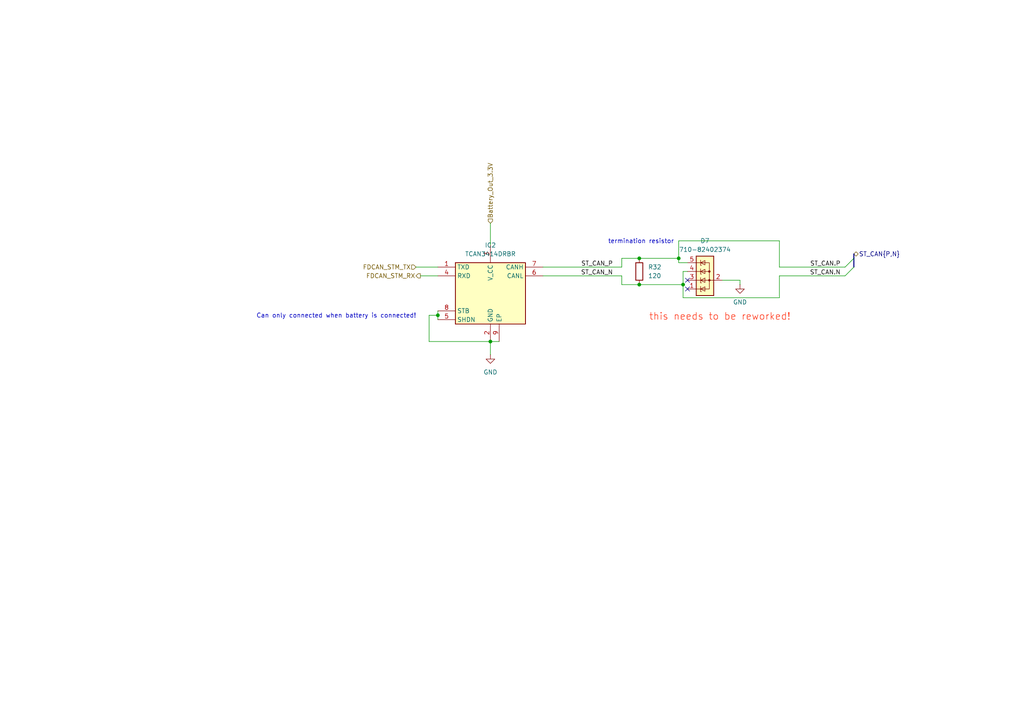
<source format=kicad_sch>
(kicad_sch (version 20250114) (generator "eeschema") (generator_version "9.0")
  (paper "A4")
  (title_block (title "Nautilus_Mainboard") (date "2025-11-19") (rev "1") (company "Evan & Davide"))
  (lib_symbols
    (symbol "#dzdb:g_res/R-120-0603" (pin_numbers (hide yes)) (pin_names (offset 0))
      (property "Reference" "R" (at 2.032 0 90))
      (property "Value" "120" (at 0 0 90))
      (symbol "g_res/R-120-0603_0_1"
        (rectangle (start -1.016 -2.54) (end 1.016 2.54) (stroke (width 0.254)))
      )
      (symbol "g_res/R-120-0603_1_1"
        (pin passive line (at 0 3.81 270) (length 1.27) (name "~") (number "1"))
        (pin passive line (at 0 -3.81 90) (length 1.27) (name "~") (number "2"))
      )
    )
    (symbol "#dzdb:s_comm/COMM-TI-TCAN3414DRBR"
      (property "Reference" "IC" (at 26.67 7.62 0))
      (property "Value" "TCAN3414DRBR" (at 26.67 5.08 0))
      (symbol "s_comm/COMM-TI-TCAN3414DRBR_1_1"
        (rectangle (start 5.08 2.54) (end 25.4 -15.24) (stroke (width 0.254)) (fill (type background)))
        (pin passive line (at 0 1.27 0) (length 5.08) (name "TXD") (number "1"))
        (pin passive line (at 0 -1.27 0) (length 5.08) (name "RXD") (number "4"))
        (pin passive line (at 0 -11.43 0) (length 5.08) (name "STB") (number "8"))
        (pin passive line (at 0 -13.97 0) (length 5.08) (name "SHDN") (number "5"))
        (pin passive line (at 15.24 7.62 270) (length 5.08) (name "V_CC") (number "3"))
        (pin passive line (at 15.24 -20.32 90) (length 5.08) (name "GND") (number "2"))
        (pin passive line (at 17.78 -20.32 90) (length 5.08) (name "EP") (number "9"))
        (pin passive line (at 30.48 1.27 180) (length 5.08) (name "CANH") (number "7"))
        (pin passive line (at 30.48 -1.27 180) (length 5.08) (name "CANL") (number "6"))
      )
    )
    (symbol "#dzdb:s_dio/WURT-710-82402374" (pin_names (hide yes))
      (property "Reference" "D" (at 7.62 2.54 0))
      (property "Value" "710-82402374" (at 7.62 0.635 0))
      (symbol "s_dio/WURT-710-82402374_0_0"
        (pin passive line (at 0 -5.08 90) (length 2.54) (name "A") (number "2"))
      )
      (symbol "s_dio/WURT-710-82402374_0_1"
        (rectangle (start -4.445 2.54) (end 6.985 -2.54) (stroke (width 0.254)) (fill (type background)))
        (polyline (pts (xy -3.302 1.016) (xy -3.302 1.27) (xy -1.778 1.27)))
        (polyline (pts (xy -2.54 2.54) (xy -2.54 1.27)))
        (polyline (pts (xy -2.54 1.27) (xy -2.54 -1.27) (xy 2.54 -1.27) (xy 2.54 1.27)))
        (polyline (pts (xy -2.54 1.27) (xy -1.905 0) (xy -3.175 0) (xy -2.54 1.27)))
        (polyline (pts (xy 0 2.54) (xy 0 1.27)))
        (polyline (pts (xy 0 -1.27) (xy 0 1.27)))
        (polyline (pts (xy 0 -1.27) (xy 0 -2.54)))
        (circle (center 0 -1.27) (radius 0.254) (fill (type outline)))
        (polyline (pts (xy 0.635 0) (xy -0.635 0) (xy 0 1.27) (xy 0.635 0)))
        (polyline (pts (xy 0.762 1.27) (xy -0.762 1.27) (xy -0.762 1.016)))
        (polyline (pts (xy 1.778 1.016) (xy 1.778 1.27) (xy 3.175 1.27) (xy 3.302 1.27)))
        (polyline (pts (xy 2.54 2.54) (xy 2.54 1.27)))
        (polyline (pts (xy 2.54 1.27) (xy 1.905 0) (xy 3.175 0) (xy 2.54 1.27)))
        (circle (center 2.54 -1.27) (radius 0.254) (fill (type outline)))
        (polyline (pts (xy 4.318 1.016) (xy 4.318 1.27) (xy 5.715 1.27) (xy 5.842 1.27)))
        (polyline (pts (xy 5.08 2.54) (xy 5.08 1.27)))
        (polyline (pts (xy 5.08 1.27) (xy 5.08 -1.27) (xy 2.54 -1.27)))
        (polyline (pts (xy 5.08 1.27) (xy 4.445 0) (xy 5.715 0) (xy 5.08 1.27)))
      )
      (symbol "s_dio/WURT-710-82402374_1_1"
        (pin passive line (at -2.54 5.08 270) (length 2.54) (name "K") (number "1"))
        (pin passive line (at 0 5.08 270) (length 2.54) (name "K") (number "3"))
        (pin passive line (at 2.54 5.08 270) (length 2.54) (name "K") (number "4"))
        (pin passive line (at 5.08 5.08 270) (length 2.54) (name "K") (number "5"))
      )
    )
    (symbol "power:GND" (power) (pin_numbers (hide yes)) (pin_names (offset 0) (hide yes))
      (property "Value" "GND" (at 0 -3.81 0))
      (symbol "GND_0_1"
        (polyline (pts (xy 0 0) (xy 0 -1.27) (xy 1.27 -1.27) (xy 0 -2.54) (xy -1.27 -1.27) (xy 0 -1.27)))
      )
      (symbol "GND_1_1"
        (pin power_in line (at 0 0 270) (length 0) (name "~") (number "1"))
      )
    )
  )
  (text "Can only connected when battery is connected!" (at 97.536 91.694 0) (effects (font (size 1.27 1.27))))
  (text "termination resistor\n" (at 185.928 70.104 0) (effects (font (size 1.27 1.27))))
  (text "this needs to be reworked!" (at 208.788 91.948 0) (effects (font (size 2 2))))
  (junction (at 196.85 74.93))
  (junction (at 198.12 82.55))
  (junction (at 185.42 82.55))
  (junction (at 142.24 99.06))
  (junction (at 127 91.44))
  (junction (at 185.42 74.93))
  (no_connect (at 199.39 81.28))
  (no_connect (at 199.39 83.82))
  (bus_entry (at 247.65 74.93) (size -2.54 2.54))
  (bus_entry (at 247.65 77.47) (size -2.54 2.54))
  (wire (pts (xy 226.06 80.01) (xy 245.11 80.01)))
  (wire (pts (xy 226.06 86.36) (xy 198.12 86.36)))
  (wire (pts (xy 214.63 81.28) (xy 214.63 82.55)))
  (wire (pts (xy 198.12 78.74) (xy 199.39 78.74)))
  (wire (pts (xy 124.46 91.44) (xy 124.46 99.06)))
  (wire (pts (xy 226.06 69.85) (xy 226.06 77.47)))
  (wire (pts (xy 185.42 82.55) (xy 180.34 82.55)))
  (wire (pts (xy 120.65 77.47) (xy 127 77.47)))
  (wire (pts (xy 121.92 80.01) (xy 127 80.01)))
  (wire (pts (xy 226.06 69.85) (xy 196.85 69.85)))
  (wire (pts (xy 196.85 76.2) (xy 196.85 74.93)))
  (wire (pts (xy 198.12 86.36) (xy 198.12 82.55)))
  (wire (pts (xy 142.24 64.77) (xy 142.24 71.12)))
  (wire (pts (xy 180.34 82.55) (xy 180.34 80.01)))
  (wire (pts (xy 199.39 76.2) (xy 196.85 76.2)))
  (wire (pts (xy 185.42 82.55) (xy 198.12 82.55)))
  (wire (pts (xy 142.24 99.06) (xy 144.78 99.06)))
  (wire (pts (xy 124.46 99.06) (xy 142.24 99.06)))
  (wire (pts (xy 180.34 74.93) (xy 180.34 77.47)))
  (wire (pts (xy 127 91.44) (xy 127 92.71)))
  (wire (pts (xy 157.48 80.01) (xy 180.34 80.01)))
  (wire (pts (xy 157.48 77.47) (xy 180.34 77.47)))
  (wire (pts (xy 226.06 86.36) (xy 226.06 80.01)))
  (wire (pts (xy 142.24 102.87) (xy 142.24 99.06)))
  (bus (pts (xy 247.65 74.93) (xy 247.65 77.47)))
  (wire (pts (xy 185.42 74.93) (xy 180.34 74.93)))
  (wire (pts (xy 127 91.44) (xy 124.46 91.44)))
  (wire (pts (xy 198.12 82.55) (xy 198.12 78.74)))
  (wire (pts (xy 214.63 81.28) (xy 209.55 81.28)))
  (wire (pts (xy 196.85 74.93) (xy 185.42 74.93)))
  (wire (pts (xy 226.06 77.47) (xy 245.11 77.47)))
  (wire (pts (xy 127 90.17) (xy 127 91.44)))
  (bus (pts (xy 247.65 73.66) (xy 247.65 74.93)))
  (wire (pts (xy 196.85 69.85) (xy 196.85 74.93)))
  (label "ST_CAN_P" (at 177.8 77.47 180))
  (label "ST_CAN_N" (at 177.8 80.01 180))
  (label "ST_CAN.N" (at 243.84 80.01 180))
  (label "ST_CAN.P" (at 243.84 77.47 180))
  (hierarchical_label "ST_CAN{P,N}" (shape bidirectional) (at 247.65 73.66 0))
  (hierarchical_label "FDCAN_STM_RX" (shape output) (at 121.92 80.01 180))
  (hierarchical_label "Battery_Out_3.3V" (shape input) (at 142.24 64.77 90))
  (hierarchical_label "FDCAN_STM_TX" (shape input) (at 120.65 77.47 180))
  (symbol (lib_id "#dzdb:s_comm/COMM-TI-TCAN3414DRBR") (at 127 78.74 0) (unit 1)
    (property "Reference" "IC2" (at 142.24 71.12 0))
    (property "Value" "TCAN3414DRBR" (at 142.24 73.66 0))
    (property "Footprint" "dz_comm:TCAN3414DRBR" (effects (hide yes)))
    (property "Datasheet" "https://www.ti.com/lit/gpn/tcan3414" (effects (hide yes)))
    (property "Description" "CAN Interface IC CAN FD Transceiver with Integrated Controller" (effects (hide yes)))
    (property "Height" "1" (effects (hide yes)))
    (property "Mouser Part Number" "595-TCAN3414DRBR" (effects (hide yes)))
    (property "Mouser Price/Stock" "https://www.mouser.co.uk/ProductDetail/Texas-Instruments/TCAN3414DRBR?qs=2wMNvWM5ZX6YBBH9qF6w4g%3D%3D" (effects (hide yes)))
    (property "Manufacturer_Name" "Texas Instruments" (effects (hide yes)))
    (property "Manufacturer_Part_Number" "TCAN3414DRBR" (effects (hide yes)))
    (property "IPN" "COMM-TI-TCAN3414DRBR" (effects (hide yes)))
    (property "MPN" "TCAN3414DRBR" (effects (hide yes)))
    (property "Manufacturer" "Texas Instruments" (effects (hide yes)))
    (property "Type" "Can Tranciever" (effects (hide yes)))
    (property "Supply" "3V-3.3V" (effects (hide yes)))
    (property "Package" "SON-8" (effects (hide yes)))
    (property "Supplier" "Mouser" (effects (hide yes)))
    (property "SPN" " 595-TCAN3414DRBR" (effects (hide yes)))
    (property "LCSC" "Cxxxxxx" (effects (hide yes)))
  )
  (symbol (lib_id "#dzdb:g_res/R-120-0603") (at 185.42 78.74 0) (unit 1)
    (property "Reference" "R32" (at 187.96 77.4699 0) (effects (justify left)))
    (property "Value" "120" (at 187.96 80.0099 0) (effects (justify left)))
    (property "Footprint" "Resistor_SMD:R_0603_1608Metric" (effects (hide yes)))
    (property "Datasheet" "https://www.we-online.com/components/products/datasheet/560112116119.pdf" (effects (hide yes)))
    (property "Description" "Thick Film Resistors - SMD WRIS-RSKS 120 Ohms 1 % 0.1 W 0603" (effects (hide yes)))
    (property "IPN" "R-120-0603" (effects (hide yes)))
    (property "MPN" "560112116119" (effects (hide yes)))
    (property "Manufacturer" "Wurth Elektronik" (effects (hide yes)))
    (property "Resistance" "120" (effects (hide yes)))
    (property "Power" "0.1W" (effects (hide yes)))
    (property "Material" "Thick film" (effects (hide yes)))
    (property "Tolerance" "1%" (effects (hide yes)))
    (property "Supplier" "Mouser" (effects (hide yes)))
    (property "SPN" "710-560112116119" (effects (hide yes)))
    (property "LCSC" "CXXXXX" (effects (hide yes)))
    (property "Comment" "lifecycle=Active; note=Auto-generated" (effects (hide yes)))
  )
  (symbol (lib_id "#dzdb:s_dio/WURT-710-82402374") (at 204.47 81.28 90) (unit 1)
    (property "Reference" "D7" (at 204.47 69.85 90))
    (property "Value" "710-82402374" (at 204.47 72.39 90))
    (property "Footprint" "Package_TO_SOT_SMD:SOT-23-5" (effects (hide yes)))
    (property "Datasheet" "https://www.we-online.com/components/products/datasheet/82402374.pdf" (effects (hide yes)))
    (property "Description" "ESD-Schutzdioden / TVS-Dioden WE-TVS Standard 2.5uA 5VDC 4Channel" (effects (hide yes)))
    (property "IPN" "WURT-710-82402374" (effects (hide yes)))
    (property "MPN" "710-82402374" (effects (hide yes)))
    (property "Manufacturer" "Wurth Elektronik" (effects (hide yes)))
    (property "Type" "ESD-Schutzdioden / TVS-Dioden" (effects (hide yes)))
    (property "Vf" "0.6-1V" (effects (hide yes)))
    (property "Supplier" "Mouser" (effects (hide yes)))
    (property "SPN" "710-82402374" (effects (hide yes)))
    (property "Comment" "note=Auto-generated" (effects (hide yes)))
  )
  (symbol (lib_id "power:GND") (at 214.63 82.55 0) (unit 1)
    (property "Reference" "#PWR043" (effects (hide yes)))
    (property "Value" "GND" (at 214.63 87.63 0))
    (property "Description" "Power symbol creates a global label with name \"GND\" , ground" (effects (hide yes)))
  )
  (symbol (lib_id "power:GND") (at 142.24 102.87 0) (unit 1)
    (property "Reference" "#PWR016" (effects (hide yes)))
    (property "Value" "GND" (at 142.24 107.95 0))
    (property "Description" "Power symbol creates a global label with name \"GND\" , ground" (effects (hide yes)))
  )
)
</source>
